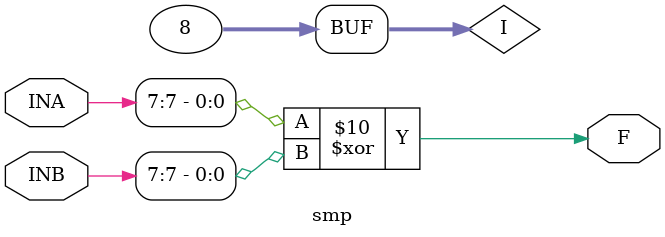
<source format=v>
module smp(INA,INB,F);
 input[7:0]   INA,INB;
 output       F;
 reg F;
 integer I;
  always @(INA or INB) begin : loop
      for (I = 0; I <= 7; I = I + 1)
        F = INA[I]^INB[I];
  end
endmodule


</source>
